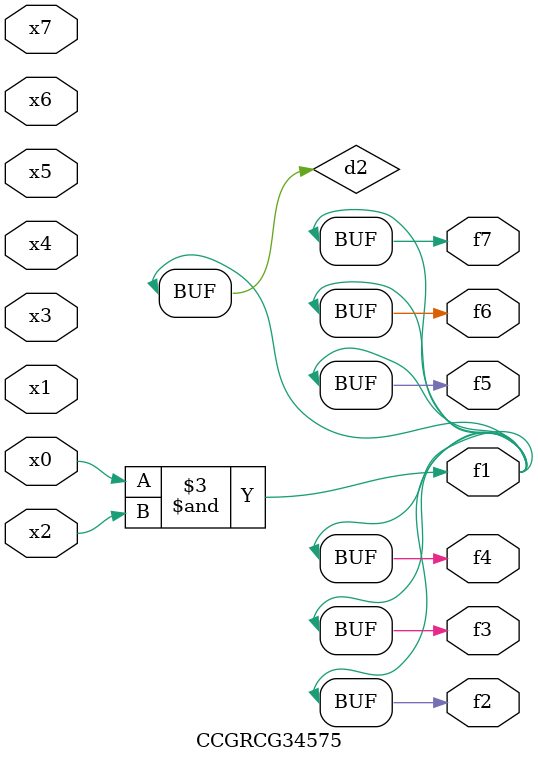
<source format=v>
module CCGRCG34575(
	input x0, x1, x2, x3, x4, x5, x6, x7,
	output f1, f2, f3, f4, f5, f6, f7
);

	wire d1, d2;

	nor (d1, x3, x6);
	and (d2, x0, x2);
	assign f1 = d2;
	assign f2 = d2;
	assign f3 = d2;
	assign f4 = d2;
	assign f5 = d2;
	assign f6 = d2;
	assign f7 = d2;
endmodule

</source>
